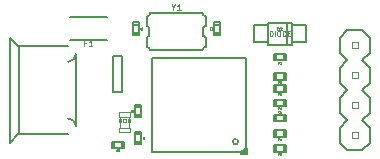
<source format=gto>
G04 (created by PCBNEW (2013-07-07 BZR 4022)-stable) date 4/25/2015 1:29:16 AM*
%MOIN*%
G04 Gerber Fmt 3.4, Leading zero omitted, Abs format*
%FSLAX34Y34*%
G01*
G70*
G90*
G04 APERTURE LIST*
%ADD10C,0.00590551*%
%ADD11C,0.005*%
%ADD12C,0.0079*%
%ADD13C,0.0026*%
%ADD14C,0.004*%
%ADD15C,0.008*%
%ADD16C,0.002*%
%ADD17C,0.0035*%
%ADD18C,0.0024*%
%ADD19C,0.0012*%
%ADD20C,0.0039*%
G04 APERTURE END LIST*
G54D10*
G54D11*
X44600Y-15198D02*
X44600Y-17601D01*
X44345Y-17346D02*
G75*
G02X44600Y-17601I0J-255D01*
G74*
G01*
X44345Y-17856D02*
X42732Y-17856D01*
X44346Y-15452D02*
G75*
G03X44600Y-15198I0J254D01*
G74*
G01*
X44346Y-14944D02*
X42732Y-14944D01*
X42400Y-14650D02*
X42400Y-18150D01*
X42400Y-14650D02*
X42683Y-14933D01*
X42748Y-14943D02*
X42695Y-14943D01*
X42695Y-14943D02*
X42683Y-14933D01*
X42403Y-18152D02*
X42685Y-17870D01*
X42688Y-17867D02*
X42700Y-17857D01*
X42700Y-17857D02*
X42733Y-17857D01*
X42703Y-14940D02*
X42703Y-17855D01*
X46150Y-15275D02*
X46150Y-16475D01*
X46150Y-16475D02*
X45850Y-16475D01*
X45850Y-16475D02*
X45850Y-15275D01*
X45850Y-15275D02*
X46150Y-15275D01*
X52270Y-14235D02*
X52270Y-14795D01*
X51000Y-14165D02*
X51810Y-14165D01*
X51810Y-14885D02*
X51000Y-14885D01*
X50540Y-14235D02*
X50540Y-14795D01*
X50970Y-14795D02*
X50550Y-14795D01*
X50550Y-14235D02*
X50980Y-14235D01*
X51830Y-14235D02*
X52270Y-14235D01*
X52260Y-14795D02*
X51830Y-14795D01*
X50990Y-14165D02*
X50990Y-14885D01*
X51650Y-14165D02*
X51650Y-14885D01*
X51810Y-14885D02*
X51810Y-14165D01*
X50117Y-18475D02*
X50117Y-18514D01*
X50117Y-18514D02*
X50314Y-18514D01*
X50314Y-18514D02*
X50314Y-18317D01*
X50314Y-18317D02*
X50275Y-18317D01*
X50117Y-18475D02*
X50275Y-18317D01*
X50275Y-18317D02*
X50275Y-18357D01*
X50275Y-18357D02*
X50157Y-18475D01*
X50157Y-18475D02*
X50196Y-18475D01*
X50196Y-18475D02*
X50275Y-18396D01*
G54D12*
X50007Y-18120D02*
G75*
G03X50007Y-18120I-87J0D01*
G74*
G01*
X50275Y-18475D02*
X50275Y-15325D01*
X50275Y-15325D02*
X47125Y-15325D01*
X47125Y-15325D02*
X47125Y-18475D01*
X47125Y-18475D02*
X50275Y-18475D01*
G54D11*
X45654Y-13956D02*
X44395Y-13956D01*
X45654Y-14743D02*
X44395Y-14743D01*
G54D13*
X46048Y-17298D02*
X46402Y-17298D01*
X46402Y-17298D02*
X46402Y-17141D01*
X46048Y-17141D02*
X46402Y-17141D01*
X46048Y-17298D02*
X46048Y-17141D01*
X46048Y-17809D02*
X46402Y-17809D01*
X46402Y-17809D02*
X46402Y-17652D01*
X46048Y-17652D02*
X46402Y-17652D01*
X46048Y-17809D02*
X46048Y-17652D01*
X46048Y-17475D02*
X46107Y-17475D01*
X46107Y-17475D02*
X46107Y-17357D01*
X46048Y-17357D02*
X46107Y-17357D01*
X46048Y-17475D02*
X46048Y-17357D01*
X46343Y-17475D02*
X46402Y-17475D01*
X46402Y-17475D02*
X46402Y-17357D01*
X46343Y-17357D02*
X46402Y-17357D01*
X46343Y-17475D02*
X46343Y-17357D01*
X46166Y-17475D02*
X46284Y-17475D01*
X46284Y-17475D02*
X46284Y-17357D01*
X46166Y-17357D02*
X46284Y-17357D01*
X46166Y-17475D02*
X46166Y-17357D01*
G54D14*
X46068Y-17298D02*
X46068Y-17652D01*
X46382Y-17298D02*
X46382Y-17652D01*
G54D11*
X46565Y-16970D02*
X46785Y-16970D01*
X46565Y-17230D02*
X46785Y-17230D01*
X46565Y-17310D02*
X46785Y-17310D01*
X46785Y-17310D02*
X46785Y-16890D01*
X46785Y-16890D02*
X46565Y-16890D01*
X46565Y-16890D02*
X46565Y-17310D01*
X51270Y-16935D02*
X51270Y-16715D01*
X51530Y-16935D02*
X51530Y-16715D01*
X51610Y-16935D02*
X51610Y-16715D01*
X51610Y-16715D02*
X51190Y-16715D01*
X51190Y-16715D02*
X51190Y-16935D01*
X51190Y-16935D02*
X51610Y-16935D01*
X51270Y-16460D02*
X51270Y-16240D01*
X51530Y-16460D02*
X51530Y-16240D01*
X51610Y-16460D02*
X51610Y-16240D01*
X51610Y-16240D02*
X51190Y-16240D01*
X51190Y-16240D02*
X51190Y-16460D01*
X51190Y-16460D02*
X51610Y-16460D01*
X51270Y-16060D02*
X51270Y-15840D01*
X51530Y-16060D02*
X51530Y-15840D01*
X51610Y-16060D02*
X51610Y-15840D01*
X51610Y-15840D02*
X51190Y-15840D01*
X51190Y-15840D02*
X51190Y-16060D01*
X51190Y-16060D02*
X51610Y-16060D01*
X46785Y-18130D02*
X46565Y-18130D01*
X46785Y-17870D02*
X46565Y-17870D01*
X46785Y-17790D02*
X46565Y-17790D01*
X46565Y-17790D02*
X46565Y-18210D01*
X46565Y-18210D02*
X46785Y-18210D01*
X46785Y-18210D02*
X46785Y-17790D01*
X51270Y-15410D02*
X51270Y-15190D01*
X51530Y-15410D02*
X51530Y-15190D01*
X51610Y-15410D02*
X51610Y-15190D01*
X51610Y-15190D02*
X51190Y-15190D01*
X51190Y-15190D02*
X51190Y-15410D01*
X51190Y-15410D02*
X51610Y-15410D01*
X46710Y-14480D02*
X46490Y-14480D01*
X46710Y-14220D02*
X46490Y-14220D01*
X46710Y-14140D02*
X46490Y-14140D01*
X46490Y-14140D02*
X46490Y-14560D01*
X46490Y-14560D02*
X46710Y-14560D01*
X46710Y-14560D02*
X46710Y-14140D01*
X49190Y-14220D02*
X49410Y-14220D01*
X49190Y-14480D02*
X49410Y-14480D01*
X49190Y-14560D02*
X49410Y-14560D01*
X49410Y-14560D02*
X49410Y-14140D01*
X49410Y-14140D02*
X49190Y-14140D01*
X49190Y-14140D02*
X49190Y-14560D01*
X51530Y-17215D02*
X51530Y-17435D01*
X51270Y-17215D02*
X51270Y-17435D01*
X51190Y-17215D02*
X51190Y-17435D01*
X51190Y-17435D02*
X51610Y-17435D01*
X51610Y-17435D02*
X51610Y-17215D01*
X51610Y-17215D02*
X51190Y-17215D01*
X45870Y-18335D02*
X45870Y-18115D01*
X46130Y-18335D02*
X46130Y-18115D01*
X46210Y-18335D02*
X46210Y-18115D01*
X46210Y-18115D02*
X45790Y-18115D01*
X45790Y-18115D02*
X45790Y-18335D01*
X45790Y-18335D02*
X46210Y-18335D01*
X51270Y-17960D02*
X51270Y-17740D01*
X51530Y-17960D02*
X51530Y-17740D01*
X51610Y-17960D02*
X51610Y-17740D01*
X51610Y-17740D02*
X51190Y-17740D01*
X51190Y-17740D02*
X51190Y-17960D01*
X51190Y-17960D02*
X51610Y-17960D01*
X51270Y-18460D02*
X51270Y-18240D01*
X51530Y-18460D02*
X51530Y-18240D01*
X51610Y-18460D02*
X51610Y-18240D01*
X51610Y-18240D02*
X51190Y-18240D01*
X51190Y-18240D02*
X51190Y-18460D01*
X51190Y-18460D02*
X51610Y-18460D01*
G54D10*
X48816Y-13820D02*
G75*
G03X48934Y-13938I118J0D01*
G74*
G01*
X46965Y-13938D02*
G75*
G03X47083Y-13820I0J118D01*
G74*
G01*
X47083Y-13820D02*
X48816Y-13820D01*
X46965Y-14253D02*
X46965Y-13938D01*
X48934Y-14253D02*
X48934Y-13938D01*
X48855Y-14607D02*
X48855Y-14292D01*
X48855Y-14607D02*
X48934Y-14646D01*
X48855Y-14292D02*
X48934Y-14253D01*
X48934Y-14961D02*
X48934Y-14646D01*
X48934Y-14961D02*
G75*
G03X48816Y-15079I0J-118D01*
G74*
G01*
X47083Y-15079D02*
X48816Y-15079D01*
X46965Y-14961D02*
X46965Y-14646D01*
X47083Y-15079D02*
G75*
G03X46965Y-14961I-118J0D01*
G74*
G01*
X46965Y-14646D02*
X47044Y-14607D01*
X46965Y-14253D02*
X47044Y-14292D01*
X47044Y-14607D02*
X47044Y-14292D01*
G54D13*
X53800Y-17800D02*
X53800Y-18000D01*
X53800Y-18000D02*
X54000Y-18000D01*
X54000Y-17800D02*
X54000Y-18000D01*
X53800Y-17800D02*
X54000Y-17800D01*
X53800Y-16800D02*
X53800Y-17000D01*
X53800Y-17000D02*
X54000Y-17000D01*
X54000Y-16800D02*
X54000Y-17000D01*
X53800Y-16800D02*
X54000Y-16800D01*
X53800Y-15800D02*
X53800Y-16000D01*
X53800Y-16000D02*
X54000Y-16000D01*
X54000Y-15800D02*
X54000Y-16000D01*
X53800Y-15800D02*
X54000Y-15800D01*
X53800Y-14800D02*
X53800Y-15000D01*
X53800Y-15000D02*
X54000Y-15000D01*
X54000Y-14800D02*
X54000Y-15000D01*
X53800Y-14800D02*
X54000Y-14800D01*
G54D15*
X54400Y-17650D02*
X54400Y-18150D01*
X54400Y-18150D02*
X54150Y-18400D01*
X53650Y-18400D02*
X53400Y-18150D01*
X54150Y-16400D02*
X54400Y-16650D01*
X54400Y-16650D02*
X54400Y-17150D01*
X54400Y-17150D02*
X54150Y-17400D01*
X53650Y-17400D02*
X53400Y-17150D01*
X53400Y-17150D02*
X53400Y-16650D01*
X53400Y-16650D02*
X53650Y-16400D01*
X54400Y-17650D02*
X54150Y-17400D01*
X53650Y-17400D02*
X53400Y-17650D01*
X53400Y-18150D02*
X53400Y-17650D01*
X54400Y-14650D02*
X54400Y-15150D01*
X54400Y-15150D02*
X54150Y-15400D01*
X53650Y-15400D02*
X53400Y-15150D01*
X54150Y-15400D02*
X54400Y-15650D01*
X54400Y-15650D02*
X54400Y-16150D01*
X54400Y-16150D02*
X54150Y-16400D01*
X53650Y-16400D02*
X53400Y-16150D01*
X53400Y-16150D02*
X53400Y-15650D01*
X53400Y-15650D02*
X53650Y-15400D01*
X54150Y-14400D02*
X53650Y-14400D01*
X54400Y-14650D02*
X54150Y-14400D01*
X53650Y-14400D02*
X53400Y-14650D01*
X53400Y-15150D02*
X53400Y-14650D01*
X54150Y-18400D02*
X53650Y-18400D01*
G54D16*
X51306Y-14405D02*
X51306Y-14305D01*
X51330Y-14305D01*
X51344Y-14310D01*
X51353Y-14319D01*
X51358Y-14329D01*
X51363Y-14348D01*
X51363Y-14362D01*
X51358Y-14381D01*
X51353Y-14391D01*
X51344Y-14400D01*
X51330Y-14405D01*
X51306Y-14405D01*
X51401Y-14315D02*
X51406Y-14310D01*
X51415Y-14305D01*
X51439Y-14305D01*
X51449Y-14310D01*
X51453Y-14315D01*
X51458Y-14324D01*
X51458Y-14334D01*
X51453Y-14348D01*
X51396Y-14405D01*
X51458Y-14405D01*
G54D17*
X51064Y-14593D02*
X51064Y-14423D01*
X51104Y-14423D01*
X51128Y-14431D01*
X51145Y-14448D01*
X51153Y-14464D01*
X51161Y-14496D01*
X51161Y-14520D01*
X51153Y-14553D01*
X51145Y-14569D01*
X51128Y-14585D01*
X51104Y-14593D01*
X51064Y-14593D01*
X51234Y-14593D02*
X51234Y-14423D01*
X51347Y-14423D02*
X51379Y-14423D01*
X51395Y-14431D01*
X51412Y-14448D01*
X51420Y-14480D01*
X51420Y-14537D01*
X51412Y-14569D01*
X51395Y-14585D01*
X51379Y-14593D01*
X51347Y-14593D01*
X51331Y-14585D01*
X51315Y-14569D01*
X51306Y-14537D01*
X51306Y-14480D01*
X51315Y-14448D01*
X51331Y-14431D01*
X51347Y-14423D01*
X51493Y-14593D02*
X51493Y-14423D01*
X51533Y-14423D01*
X51557Y-14431D01*
X51574Y-14448D01*
X51582Y-14464D01*
X51590Y-14496D01*
X51590Y-14520D01*
X51582Y-14553D01*
X51574Y-14569D01*
X51557Y-14585D01*
X51533Y-14593D01*
X51493Y-14593D01*
X51663Y-14504D02*
X51719Y-14504D01*
X51744Y-14593D02*
X51663Y-14593D01*
X51663Y-14423D01*
X51744Y-14423D01*
G54D18*
X44949Y-14836D02*
X44883Y-14836D01*
X44883Y-14939D02*
X44883Y-14742D01*
X44977Y-14742D01*
X45155Y-14939D02*
X45043Y-14939D01*
X45099Y-14939D02*
X45099Y-14742D01*
X45080Y-14770D01*
X45061Y-14789D01*
X45043Y-14799D01*
G54D19*
X46509Y-17110D02*
X46480Y-17130D01*
X46509Y-17144D02*
X46449Y-17144D01*
X46449Y-17121D01*
X46452Y-17115D01*
X46455Y-17112D01*
X46460Y-17110D01*
X46469Y-17110D01*
X46475Y-17112D01*
X46477Y-17115D01*
X46480Y-17121D01*
X46480Y-17144D01*
X46509Y-17052D02*
X46509Y-17087D01*
X46509Y-17070D02*
X46449Y-17070D01*
X46457Y-17075D01*
X46463Y-17081D01*
X46466Y-17087D01*
X51390Y-17039D02*
X51370Y-17010D01*
X51355Y-17039D02*
X51355Y-16979D01*
X51378Y-16979D01*
X51384Y-16982D01*
X51387Y-16985D01*
X51390Y-16990D01*
X51390Y-16999D01*
X51387Y-17005D01*
X51384Y-17007D01*
X51378Y-17010D01*
X51355Y-17010D01*
X51424Y-17005D02*
X51418Y-17002D01*
X51415Y-16999D01*
X51412Y-16993D01*
X51412Y-16990D01*
X51415Y-16985D01*
X51418Y-16982D01*
X51424Y-16979D01*
X51435Y-16979D01*
X51441Y-16982D01*
X51444Y-16985D01*
X51447Y-16990D01*
X51447Y-16993D01*
X51444Y-16999D01*
X51441Y-17002D01*
X51435Y-17005D01*
X51424Y-17005D01*
X51418Y-17007D01*
X51415Y-17010D01*
X51412Y-17016D01*
X51412Y-17027D01*
X51415Y-17033D01*
X51418Y-17036D01*
X51424Y-17039D01*
X51435Y-17039D01*
X51441Y-17036D01*
X51444Y-17033D01*
X51447Y-17027D01*
X51447Y-17016D01*
X51444Y-17010D01*
X51441Y-17007D01*
X51435Y-17005D01*
X51390Y-16564D02*
X51370Y-16535D01*
X51355Y-16564D02*
X51355Y-16504D01*
X51378Y-16504D01*
X51384Y-16507D01*
X51387Y-16510D01*
X51390Y-16515D01*
X51390Y-16524D01*
X51387Y-16530D01*
X51384Y-16532D01*
X51378Y-16535D01*
X51355Y-16535D01*
X51410Y-16504D02*
X51450Y-16504D01*
X51424Y-16564D01*
X51390Y-16164D02*
X51370Y-16135D01*
X51355Y-16164D02*
X51355Y-16104D01*
X51378Y-16104D01*
X51384Y-16107D01*
X51387Y-16110D01*
X51390Y-16115D01*
X51390Y-16124D01*
X51387Y-16130D01*
X51384Y-16132D01*
X51378Y-16135D01*
X51355Y-16135D01*
X51441Y-16104D02*
X51430Y-16104D01*
X51424Y-16107D01*
X51421Y-16110D01*
X51415Y-16118D01*
X51412Y-16130D01*
X51412Y-16152D01*
X51415Y-16158D01*
X51418Y-16161D01*
X51424Y-16164D01*
X51435Y-16164D01*
X51441Y-16161D01*
X51444Y-16158D01*
X51447Y-16152D01*
X51447Y-16138D01*
X51444Y-16132D01*
X51441Y-16130D01*
X51435Y-16127D01*
X51424Y-16127D01*
X51418Y-16130D01*
X51415Y-16132D01*
X51412Y-16138D01*
X46889Y-18010D02*
X46860Y-18030D01*
X46889Y-18044D02*
X46829Y-18044D01*
X46829Y-18021D01*
X46832Y-18015D01*
X46835Y-18012D01*
X46840Y-18010D01*
X46849Y-18010D01*
X46855Y-18012D01*
X46857Y-18015D01*
X46860Y-18021D01*
X46860Y-18044D01*
X46829Y-17955D02*
X46829Y-17984D01*
X46857Y-17987D01*
X46855Y-17984D01*
X46852Y-17978D01*
X46852Y-17964D01*
X46855Y-17958D01*
X46857Y-17955D01*
X46863Y-17952D01*
X46877Y-17952D01*
X46883Y-17955D01*
X46886Y-17958D01*
X46889Y-17964D01*
X46889Y-17978D01*
X46886Y-17984D01*
X46883Y-17987D01*
X51390Y-15514D02*
X51370Y-15485D01*
X51355Y-15514D02*
X51355Y-15454D01*
X51378Y-15454D01*
X51384Y-15457D01*
X51387Y-15460D01*
X51390Y-15465D01*
X51390Y-15474D01*
X51387Y-15480D01*
X51384Y-15482D01*
X51378Y-15485D01*
X51355Y-15485D01*
X51412Y-15460D02*
X51415Y-15457D01*
X51421Y-15454D01*
X51435Y-15454D01*
X51441Y-15457D01*
X51444Y-15460D01*
X51447Y-15465D01*
X51447Y-15471D01*
X51444Y-15480D01*
X51410Y-15514D01*
X51447Y-15514D01*
X46808Y-14360D02*
X46811Y-14362D01*
X46814Y-14371D01*
X46814Y-14377D01*
X46811Y-14385D01*
X46805Y-14391D01*
X46800Y-14394D01*
X46788Y-14397D01*
X46780Y-14397D01*
X46768Y-14394D01*
X46762Y-14391D01*
X46757Y-14385D01*
X46754Y-14377D01*
X46754Y-14371D01*
X46757Y-14362D01*
X46760Y-14360D01*
X46814Y-14302D02*
X46814Y-14337D01*
X46814Y-14320D02*
X46754Y-14320D01*
X46762Y-14325D01*
X46768Y-14331D01*
X46771Y-14337D01*
X49128Y-14360D02*
X49131Y-14362D01*
X49134Y-14371D01*
X49134Y-14377D01*
X49131Y-14385D01*
X49125Y-14391D01*
X49120Y-14394D01*
X49108Y-14397D01*
X49100Y-14397D01*
X49088Y-14394D01*
X49082Y-14391D01*
X49077Y-14385D01*
X49074Y-14377D01*
X49074Y-14371D01*
X49077Y-14362D01*
X49080Y-14360D01*
X49080Y-14337D02*
X49077Y-14334D01*
X49074Y-14328D01*
X49074Y-14314D01*
X49077Y-14308D01*
X49080Y-14305D01*
X49085Y-14302D01*
X49091Y-14302D01*
X49100Y-14305D01*
X49134Y-14340D01*
X49134Y-14302D01*
X51390Y-17153D02*
X51387Y-17156D01*
X51378Y-17159D01*
X51372Y-17159D01*
X51364Y-17156D01*
X51358Y-17150D01*
X51355Y-17145D01*
X51352Y-17133D01*
X51352Y-17125D01*
X51355Y-17113D01*
X51358Y-17107D01*
X51364Y-17102D01*
X51372Y-17099D01*
X51378Y-17099D01*
X51387Y-17102D01*
X51390Y-17105D01*
X51441Y-17119D02*
X51441Y-17159D01*
X51427Y-17096D02*
X51412Y-17139D01*
X51450Y-17139D01*
X45990Y-18433D02*
X45987Y-18436D01*
X45978Y-18439D01*
X45972Y-18439D01*
X45964Y-18436D01*
X45958Y-18430D01*
X45955Y-18425D01*
X45952Y-18413D01*
X45952Y-18405D01*
X45955Y-18393D01*
X45958Y-18387D01*
X45964Y-18382D01*
X45972Y-18379D01*
X45978Y-18379D01*
X45987Y-18382D01*
X45990Y-18385D01*
X46010Y-18379D02*
X46047Y-18379D01*
X46027Y-18402D01*
X46035Y-18402D01*
X46041Y-18405D01*
X46044Y-18407D01*
X46047Y-18413D01*
X46047Y-18427D01*
X46044Y-18433D01*
X46041Y-18436D01*
X46035Y-18439D01*
X46018Y-18439D01*
X46012Y-18436D01*
X46010Y-18433D01*
X51390Y-18064D02*
X51370Y-18035D01*
X51355Y-18064D02*
X51355Y-18004D01*
X51378Y-18004D01*
X51384Y-18007D01*
X51387Y-18010D01*
X51390Y-18015D01*
X51390Y-18024D01*
X51387Y-18030D01*
X51384Y-18032D01*
X51378Y-18035D01*
X51355Y-18035D01*
X51441Y-18024D02*
X51441Y-18064D01*
X51427Y-18001D02*
X51412Y-18044D01*
X51450Y-18044D01*
X51390Y-18564D02*
X51370Y-18535D01*
X51355Y-18564D02*
X51355Y-18504D01*
X51378Y-18504D01*
X51384Y-18507D01*
X51387Y-18510D01*
X51390Y-18515D01*
X51390Y-18524D01*
X51387Y-18530D01*
X51384Y-18532D01*
X51378Y-18535D01*
X51355Y-18535D01*
X51410Y-18504D02*
X51447Y-18504D01*
X51427Y-18527D01*
X51435Y-18527D01*
X51441Y-18530D01*
X51444Y-18532D01*
X51447Y-18538D01*
X51447Y-18552D01*
X51444Y-18558D01*
X51441Y-18561D01*
X51435Y-18564D01*
X51418Y-18564D01*
X51412Y-18561D01*
X51410Y-18558D01*
G54D20*
X47856Y-13648D02*
X47856Y-13741D01*
X47791Y-13545D02*
X47856Y-13648D01*
X47922Y-13545D01*
X48090Y-13741D02*
X47978Y-13741D01*
X48034Y-13741D02*
X48034Y-13545D01*
X48015Y-13573D01*
X47996Y-13592D01*
X47978Y-13601D01*
M02*

</source>
